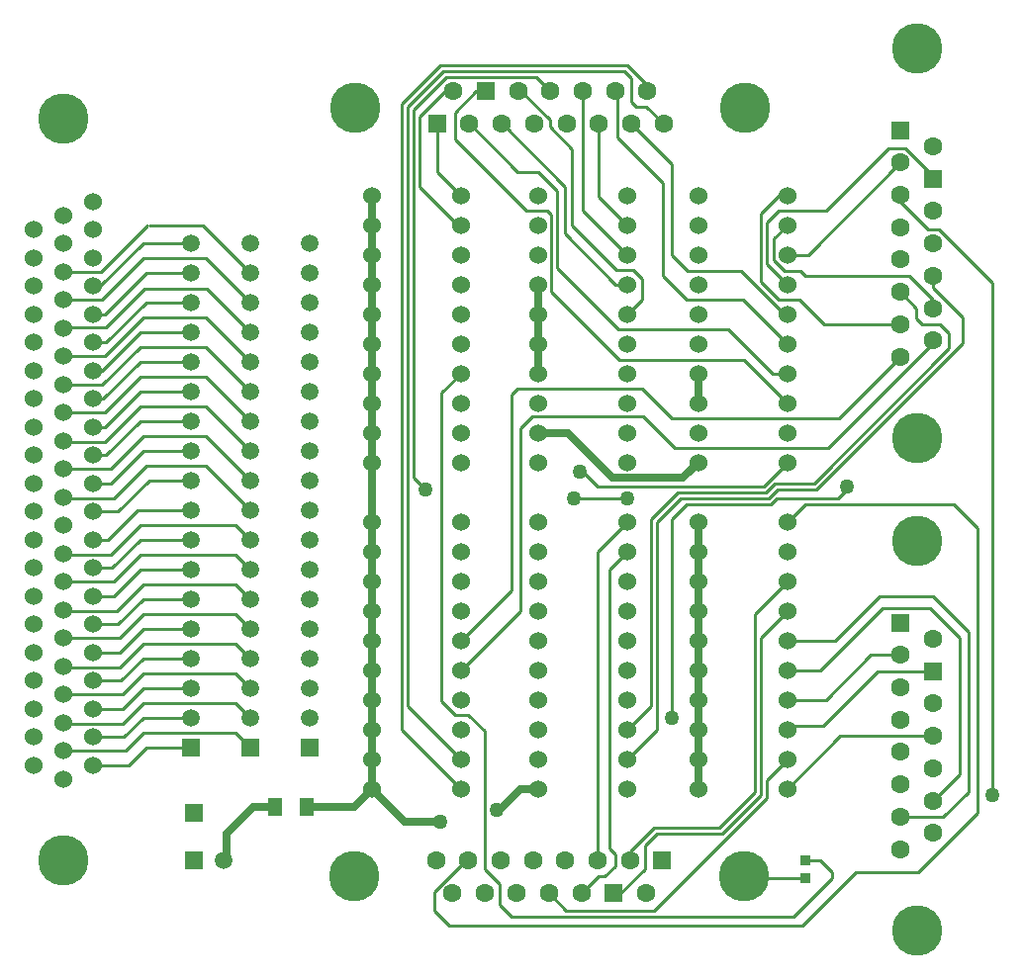
<source format=gtl>
%FSLAX24Y24*%
%MOIN*%
G70*
G01*
G75*
G04 Layer_Physical_Order=1*
G04 Layer_Color=255*
%ADD10R,0.0320X0.0360*%
%ADD11R,0.0450X0.0600*%
%ADD12C,0.0100*%
%ADD13C,0.0250*%
%ADD14C,0.0600*%
%ADD15C,0.1700*%
%ADD16C,0.0591*%
%ADD17R,0.0591X0.0591*%
%ADD18R,0.0591X0.0591*%
%ADD19R,0.0630X0.0630*%
%ADD20C,0.0630*%
%ADD21R,0.0630X0.0630*%
%ADD22C,0.0500*%
D10*
X39600Y19800D02*
D03*
Y19200D02*
D03*
D11*
X21750Y21600D02*
D03*
X22800D02*
D03*
D12*
X19400Y40100D02*
X20900Y38600D01*
X14600Y37725D02*
X14625Y37750D01*
X19400Y38100D02*
X20900Y36600D01*
X19400Y37100D02*
X20900Y35600D01*
X19400Y36100D02*
X20900Y34600D01*
X19400Y35100D02*
X20900Y33600D01*
X19400Y34100D02*
X20900Y32600D01*
X19400Y33100D02*
X20900Y31600D01*
X20400Y31100D02*
X20900Y30600D01*
X20400Y30100D02*
X20900Y29600D01*
X20400Y29100D02*
X20900Y28600D01*
X17300Y28100D02*
X20400D01*
X20900Y27600D01*
X20400Y27100D02*
X20900Y26600D01*
X20400Y26100D02*
X20900Y25600D01*
X20400Y25100D02*
X20900Y24600D01*
X20400Y24100D02*
X20900Y23600D01*
X19442Y39058D02*
X20900Y37600D01*
X17300Y40100D02*
X19400D01*
X17300Y40600D02*
X18900D01*
X15600Y32500D02*
X16200D01*
X17300Y33600D01*
X18900D01*
X15600Y38200D02*
X16000D01*
X17400Y39600D01*
X18900D01*
X14625Y37750D02*
X16050D01*
X17358Y39058D01*
X19442D01*
X15600Y37250D02*
X16050D01*
X17400Y38600D01*
X18900D01*
X15600Y36300D02*
X15900D01*
X17200Y37600D01*
X18900D01*
X17300Y38100D02*
X19400D01*
X14600Y35825D02*
X15925D01*
X17200Y37100D01*
Y36100D02*
X19400D01*
X15600Y34400D02*
X16000D01*
X17200Y35600D01*
X18900D01*
X17200Y35100D02*
X19400D01*
X15600Y33450D02*
X16050D01*
X17200Y34600D01*
X18900D01*
X17300Y34100D02*
X19400D01*
X17400Y33100D02*
X19400D01*
X17500Y32600D02*
X18900D01*
X16450Y31550D02*
X17500Y32600D01*
X15600Y31550D02*
X16450D01*
X15600Y26800D02*
X16500D01*
X17300Y27600D01*
X18900D01*
X15600Y30600D02*
X16100D01*
X17100Y31600D01*
X18900D01*
X17200Y31100D02*
X20400D01*
X15600Y29650D02*
X16250D01*
X17200Y30600D01*
X18900D01*
X15600Y28700D02*
X16300D01*
X17200Y29600D01*
X18900D01*
X17200Y30100D02*
X20400D01*
X17300Y29100D02*
X20400D01*
X15600Y27750D02*
X16450D01*
X17300Y28600D01*
X18900D01*
X17300Y27100D02*
X20400D01*
X15600Y25850D02*
X16550D01*
X17300Y26600D02*
X18900D01*
X15600Y24900D02*
X16600D01*
X17300Y25600D01*
X18900D01*
X17300Y26100D02*
X20400D01*
X15600Y23000D02*
X16800D01*
X17400Y23600D01*
X18900D01*
X17300Y24100D02*
X20400D01*
X15600Y23950D02*
X16650D01*
X17300Y24600D01*
X18900D01*
X17300Y25100D02*
X20400D01*
X17200Y37100D02*
X18400D01*
X19400D01*
X15600Y35350D02*
X15950D01*
X17200Y36600D01*
X18900D01*
X14600Y36775D02*
X14625Y36800D01*
X16000D01*
X17300Y38100D01*
X14600Y38675D02*
X14625Y38700D01*
X14600Y34875D02*
X14625Y34900D01*
X16000D01*
X17200Y36100D01*
X14600Y33925D02*
X14625Y33900D01*
X16000D01*
X17200Y35100D01*
X14600Y32975D02*
X14625Y33000D01*
X16200D01*
X17300Y34100D01*
X14600Y32025D02*
X14625Y32000D01*
X16300D01*
X17400Y33100D01*
X14600Y30125D02*
X14625Y30100D01*
X16200D01*
X17200Y31100D01*
X14600Y28225D02*
X14625Y28200D01*
X16400D01*
X17300Y29100D01*
X14600Y27275D02*
X14625Y27300D01*
X16500D01*
X17300Y28100D01*
X14600Y26325D02*
X14625Y26300D01*
X16500D02*
X17300Y27100D01*
X14625Y26300D02*
X16500D01*
X16550Y25850D02*
X17300Y26600D01*
X14600Y25375D02*
X14625Y25400D01*
X16600D01*
X17300Y26100D01*
X14600Y24425D02*
X14625Y24400D01*
X16600D01*
X17300Y25100D01*
X14600Y23475D02*
X14625Y23500D01*
X16700D01*
X17300Y24100D01*
X14600Y29175D02*
X14625Y29200D01*
X16300D01*
X17200Y30100D01*
X43923Y26078D02*
Y26160D01*
X14625Y38700D02*
X15900D01*
X17300Y40100D01*
X15600Y39150D02*
X15850D01*
X17300Y40600D01*
X14600Y39625D02*
X15875D01*
X17450Y41200D01*
X17500D02*
X19300D01*
X20900Y39600D01*
X29385Y44602D02*
X29397D01*
X31250Y39750D02*
X33300Y37700D01*
X29930Y45722D02*
X30012D01*
X32655Y42145D02*
X33600Y41200D01*
X32110Y41690D02*
X33600Y40200D01*
X32110Y41690D02*
Y45722D01*
X32655Y42145D02*
Y44602D01*
X30542Y46200D02*
X31020Y45722D01*
X28523D02*
X28840D01*
X27483D02*
X27750D01*
X34290D02*
Y45910D01*
X27800Y44100D02*
X30200Y41700D01*
X27800Y44100D02*
Y45000D01*
X28523Y45722D01*
X27205Y42995D02*
X28000Y42200D01*
X27205Y42995D02*
Y44602D01*
X26600Y44840D02*
X27483Y45722D01*
X33600Y38200D02*
X34100Y38700D01*
X33600Y46600D02*
X34290Y45910D01*
X33900Y45200D02*
X34237D01*
X34835Y44602D01*
X33200Y45722D02*
X33280Y45642D01*
Y44138D02*
Y45642D01*
X33800Y39700D02*
X34100Y39400D01*
Y38700D02*
Y39400D01*
X33745Y44602D02*
X35100Y43247D01*
X33280Y44138D02*
X34800Y42617D01*
X35100Y40200D02*
Y43247D01*
Y40200D02*
X35650Y39650D01*
X34800Y39500D02*
Y42617D01*
Y39500D02*
X35600Y38700D01*
X37500D01*
X39000Y37200D01*
X35650Y39650D02*
X37450D01*
X38900Y38200D02*
X39000D01*
X38717Y42200D02*
X39000D01*
X43923Y42760D02*
Y42843D01*
X38300Y41300D02*
X38700Y41700D01*
X38100Y41583D02*
X38717Y42200D01*
X38300Y39900D02*
Y41300D01*
X38700Y41700D02*
X40300D01*
X39000Y40200D02*
X39697D01*
X38550Y40750D02*
X39000Y41200D01*
X38550Y40014D02*
Y40750D01*
Y40014D02*
X38914Y39650D01*
X39450D01*
X38300Y39900D02*
X39000Y39200D01*
X37450Y39650D02*
X38900Y38200D01*
X38500Y36200D02*
X39000D01*
X34150Y34750D02*
X35200Y33700D01*
X40737Y34700D02*
X42803Y36765D01*
X33600Y23200D02*
X34600Y24200D01*
X40300Y41700D02*
X42400Y43800D01*
X42965D01*
X39697Y40200D02*
X42803Y43305D01*
X43923Y38400D02*
Y38677D01*
Y37228D02*
Y37310D01*
X42965Y43800D02*
X43923Y42843D01*
X28000Y27200D02*
X29700Y28900D01*
X39121Y24321D02*
X40200D01*
X39000Y24200D02*
X39121Y24321D01*
X33600Y24200D02*
X34400Y25000D01*
X41805Y26705D02*
X42803D01*
X42040Y26160D02*
X43923D01*
X40200Y24321D02*
X42040Y26160D01*
X40780Y23980D02*
X43923D01*
X39000Y22200D02*
X40780Y23980D01*
X30414Y34750D02*
X34150D01*
X31050Y38950D02*
X33350Y36650D01*
X29700Y28900D02*
Y35500D01*
X33160Y18678D02*
X33377D01*
X34200Y19500D01*
Y20300D01*
X34600Y20700D01*
X34517Y20900D02*
X36700D01*
X37900Y22100D01*
X34600Y20700D02*
X36800D01*
X38100Y22000D01*
X38300Y21900D02*
Y22500D01*
X39000Y23200D01*
Y25200D02*
X40300D01*
X41805Y26705D01*
X39000Y26200D02*
X40100D01*
X42200Y28300D01*
X43800D01*
X44800Y27300D01*
Y22678D02*
Y27300D01*
X43923Y21800D02*
X44800Y22678D01*
X39000Y27200D02*
X40600D01*
X42100Y28700D01*
X43900D01*
X44255Y21255D02*
X45100Y22100D01*
X38100Y22000D02*
Y27300D01*
X39000Y28200D01*
X37900Y22100D02*
Y28100D01*
X39000Y29200D01*
X38100Y39300D02*
Y41583D01*
Y39300D02*
X38700Y38700D01*
X39400D01*
X37550Y36650D02*
X39000Y35200D01*
X35100Y34700D02*
X40737D01*
X35200Y33700D02*
X40395D01*
X32600Y19813D02*
X32615Y19798D01*
X32600Y30200D02*
X33600Y31200D01*
X30000Y34336D02*
X30414Y34750D01*
X28000Y26200D02*
X30000Y28200D01*
Y34336D01*
X32600Y19813D02*
Y30200D01*
X31800Y32000D02*
X33600D01*
X32000Y32900D02*
X32100D01*
X28173Y19798D02*
X28255D01*
X27100Y18725D02*
X28173Y19798D01*
X27100Y18100D02*
Y18725D01*
X42803Y21255D02*
X44255D01*
X39600Y31800D02*
X44600D01*
X39000Y31200D02*
X39600Y31800D01*
X43923Y39077D02*
Y39490D01*
Y39077D02*
X44900Y38100D01*
X40395Y33700D02*
X43923Y37228D01*
X39400Y38700D02*
X40245Y37855D01*
X42803D01*
X39450Y39650D02*
X39600Y39500D01*
X43100D01*
X43923Y38677D01*
X45100Y22100D02*
Y27500D01*
X43900Y28700D02*
X45100Y27500D01*
X44600Y31800D02*
X45400Y31000D01*
X44115Y41045D02*
X45900Y39260D01*
Y22000D02*
Y39260D01*
X26000Y24200D02*
X28000Y22200D01*
X26400Y32700D02*
X26800Y32300D01*
X34400Y25000D02*
Y31283D01*
X34600Y24200D02*
Y31200D01*
X20000Y19800D02*
X20200D01*
X24422Y45200D02*
X24460Y45163D01*
X43303Y47200D02*
X43362Y47140D01*
X42822Y30000D02*
X43362Y30540D01*
X37578Y19200D02*
X39600D01*
X37540Y19238D02*
X37578Y19200D01*
X27350Y35550D02*
X28000Y36200D01*
X26200Y25000D02*
X28000Y23200D01*
X27350Y25150D02*
Y35550D01*
X28800Y19500D02*
X29300Y19000D01*
Y18300D02*
Y19000D01*
X27100Y18100D02*
X27600Y17600D01*
X39500D02*
X41300Y19400D01*
X27600Y17600D02*
X39500D01*
X30980Y18678D02*
X31558Y18100D01*
X34500D01*
X38300Y21900D01*
X29300Y18300D02*
X29700Y17900D01*
X39200D01*
X40500Y19200D01*
Y19400D01*
X40100Y19800D02*
X40500Y19400D01*
X39600Y19800D02*
X40100D01*
X33300Y37700D02*
X37000D01*
X38500Y36200D01*
X33350Y36650D02*
X37550D01*
X34100Y35700D02*
X35100Y34700D01*
X29700Y35500D02*
X29900Y35700D01*
X34100D01*
X32100Y32900D02*
X32600Y32400D01*
X38200D02*
X39000Y33200D01*
X38449Y31800D02*
X38649Y32000D01*
X38366D02*
X38666Y32300D01*
X38283Y32200D02*
X38583Y32500D01*
X35100Y31300D02*
X35600Y31800D01*
X38449D01*
X34600Y31200D02*
X35400Y32000D01*
X38366D01*
X34400Y31283D02*
X35317Y32200D01*
X38283D01*
X32600Y32400D02*
X38200D01*
X20000Y19800D02*
X20100Y19900D01*
X38649Y32000D02*
X40700D01*
X41000Y32300D01*
X35100Y24600D02*
Y31300D01*
X26600Y42500D02*
Y44840D01*
Y42500D02*
X27900Y41200D01*
X28000D01*
X28295Y44602D02*
X28298D01*
X29900Y43000D01*
X30600D01*
X31250Y42350D01*
X30200Y41700D02*
X30900D01*
X31050Y41550D01*
Y38950D02*
Y41550D01*
X31250Y39750D02*
Y42350D01*
X31000Y44509D02*
Y44735D01*
X30012Y45722D02*
X31000Y44735D01*
X33750Y45350D02*
X33900Y45200D01*
X33750Y45350D02*
Y46150D01*
X33500Y46400D02*
X33750Y46150D01*
X31000Y44509D02*
X31750Y43759D01*
X31500Y40917D02*
Y42500D01*
X29397Y44602D02*
X31500Y42500D01*
X27350Y25150D02*
X27800Y24700D01*
X28250D01*
X28800Y24150D01*
Y19500D02*
Y24150D01*
X33700Y19803D02*
X33705Y19798D01*
X33700Y19803D02*
Y20083D01*
X34517Y20900D01*
X33200Y19600D02*
Y20000D01*
X32070Y18678D02*
X32643Y19250D01*
X32850D01*
X33200Y19600D01*
X38583Y32500D02*
X39900D01*
X39983Y32300D02*
X44900Y37217D01*
X38666Y32300D02*
X39983D01*
X44900Y37217D02*
Y38100D01*
X43550Y37850D02*
X44150D01*
X39900Y32500D02*
X44450Y37050D01*
Y37550D01*
X44150Y37850D02*
X44450Y37550D01*
X41300Y19400D02*
X43400D01*
X45400Y21400D01*
Y31000D01*
X31500Y40917D02*
X33217Y39200D01*
X33600D01*
X31750Y41200D02*
Y43759D01*
Y41200D02*
X33250Y39700D01*
X33800D01*
X42803Y41997D02*
Y42215D01*
Y41997D02*
X43755Y41045D01*
X44115D01*
X43350Y38050D02*
X43550Y37850D01*
X43350Y38050D02*
Y38398D01*
X42803Y38945D02*
X43350Y38398D01*
X33000Y20200D02*
X33200Y20000D01*
X33000Y20200D02*
Y29600D01*
X33600Y30200D01*
X26400Y45100D02*
X27500Y46200D01*
X30542D01*
X27400Y46400D02*
X33500D01*
X26200Y45200D02*
X27400Y46400D01*
X26400Y32700D02*
Y45100D01*
X27317Y46600D02*
X33600D01*
X26000Y24200D02*
Y45283D01*
X27317Y46600D01*
X26200Y25000D02*
Y45200D01*
D13*
X22800Y21600D02*
X24400D01*
X25000Y22200D01*
Y23200D01*
Y24200D01*
Y25200D01*
Y26200D01*
Y27200D01*
Y28200D01*
Y29200D01*
Y30200D01*
Y31200D01*
Y33200D01*
Y34200D01*
Y35200D01*
Y36200D01*
Y37200D01*
Y38200D01*
Y39200D01*
Y40200D01*
Y41200D01*
Y42200D01*
X36000Y22200D02*
Y23200D01*
Y24200D01*
Y25200D01*
Y26200D01*
Y27200D01*
Y28200D01*
Y29200D01*
Y30200D01*
Y31200D01*
Y35200D02*
Y36200D01*
X30600Y37200D02*
Y38200D01*
Y36200D02*
Y37200D01*
Y38200D02*
Y39200D01*
X26100Y21100D02*
X27300D01*
X25000Y22200D02*
X26100Y21100D01*
X30600Y34200D02*
X31600D01*
X33125Y32675D01*
X35475D01*
X36000Y33200D01*
X21000Y21600D02*
X21750D01*
X20100Y19900D02*
Y20700D01*
X21000Y21600D01*
X29200Y21500D02*
X29300D01*
X30000Y22200D01*
X30600D01*
D14*
X28000Y27200D02*
D03*
X25000D02*
D03*
Y28200D02*
D03*
X28000D02*
D03*
Y30200D02*
D03*
X25000D02*
D03*
Y29200D02*
D03*
X28000D02*
D03*
X25000Y31200D02*
D03*
X28000D02*
D03*
Y26200D02*
D03*
X25000D02*
D03*
X28000Y24200D02*
D03*
X25000D02*
D03*
Y25200D02*
D03*
X28000D02*
D03*
Y23200D02*
D03*
X25000D02*
D03*
Y22200D02*
D03*
X28000D02*
D03*
Y38200D02*
D03*
X25000D02*
D03*
Y39200D02*
D03*
X28000D02*
D03*
Y41200D02*
D03*
X25000D02*
D03*
Y40200D02*
D03*
X28000D02*
D03*
X25000Y42200D02*
D03*
X28000D02*
D03*
Y37200D02*
D03*
X25000D02*
D03*
X28000Y35200D02*
D03*
X25000D02*
D03*
Y36200D02*
D03*
X28000D02*
D03*
Y34200D02*
D03*
X25000D02*
D03*
Y33200D02*
D03*
X28000D02*
D03*
X33600Y27200D02*
D03*
X30600D02*
D03*
Y28200D02*
D03*
X33600D02*
D03*
Y30200D02*
D03*
X30600D02*
D03*
Y29200D02*
D03*
X33600D02*
D03*
X30600Y31200D02*
D03*
X33600D02*
D03*
Y26200D02*
D03*
X30600D02*
D03*
X33600Y24200D02*
D03*
X30600D02*
D03*
Y25200D02*
D03*
X33600D02*
D03*
Y23200D02*
D03*
X30600D02*
D03*
Y22200D02*
D03*
X33600D02*
D03*
Y38200D02*
D03*
X30600D02*
D03*
Y39200D02*
D03*
X33600D02*
D03*
Y41200D02*
D03*
X30600D02*
D03*
Y40200D02*
D03*
X33600D02*
D03*
X30600Y42200D02*
D03*
X33600D02*
D03*
Y37200D02*
D03*
X30600D02*
D03*
X33600Y35200D02*
D03*
X30600D02*
D03*
Y36200D02*
D03*
X33600D02*
D03*
Y34200D02*
D03*
X30600D02*
D03*
Y33200D02*
D03*
X33600D02*
D03*
X39000Y27200D02*
D03*
X36000D02*
D03*
Y28200D02*
D03*
X39000D02*
D03*
Y30200D02*
D03*
X36000D02*
D03*
Y29200D02*
D03*
X39000D02*
D03*
X36000Y31200D02*
D03*
X39000D02*
D03*
Y26200D02*
D03*
X36000D02*
D03*
X39000Y24200D02*
D03*
X36000D02*
D03*
Y25200D02*
D03*
X39000D02*
D03*
Y23200D02*
D03*
X36000D02*
D03*
Y22200D02*
D03*
X39000D02*
D03*
Y38200D02*
D03*
X36000D02*
D03*
Y39200D02*
D03*
X39000D02*
D03*
Y41200D02*
D03*
X36000D02*
D03*
Y40200D02*
D03*
X39000D02*
D03*
X36000Y42200D02*
D03*
X39000D02*
D03*
Y37200D02*
D03*
X36000D02*
D03*
X39000Y35200D02*
D03*
X36000D02*
D03*
Y36200D02*
D03*
X39000D02*
D03*
Y34200D02*
D03*
X36000D02*
D03*
Y33200D02*
D03*
X39000D02*
D03*
X14600Y22525D02*
D03*
X15600Y23000D02*
D03*
Y40100D02*
D03*
Y42000D02*
D03*
Y41050D02*
D03*
Y39150D02*
D03*
Y38200D02*
D03*
Y33450D02*
D03*
Y34400D02*
D03*
Y36300D02*
D03*
Y37250D02*
D03*
Y35350D02*
D03*
Y25850D02*
D03*
Y27750D02*
D03*
Y26800D02*
D03*
Y24900D02*
D03*
Y23950D02*
D03*
Y28700D02*
D03*
Y29650D02*
D03*
Y31550D02*
D03*
Y32500D02*
D03*
Y30600D02*
D03*
X14600Y39625D02*
D03*
Y41525D02*
D03*
Y40575D02*
D03*
Y38675D02*
D03*
Y37725D02*
D03*
Y32975D02*
D03*
Y33925D02*
D03*
Y35825D02*
D03*
Y36775D02*
D03*
Y34875D02*
D03*
Y25375D02*
D03*
Y27275D02*
D03*
Y26325D02*
D03*
Y24425D02*
D03*
Y23475D02*
D03*
Y28225D02*
D03*
Y29175D02*
D03*
Y31075D02*
D03*
Y32025D02*
D03*
Y30125D02*
D03*
X13600Y29650D02*
D03*
Y31550D02*
D03*
Y30600D02*
D03*
Y28700D02*
D03*
Y27750D02*
D03*
Y23000D02*
D03*
Y23950D02*
D03*
Y25850D02*
D03*
Y26800D02*
D03*
Y24900D02*
D03*
Y34400D02*
D03*
Y36300D02*
D03*
Y35350D02*
D03*
Y33450D02*
D03*
Y32500D02*
D03*
Y37250D02*
D03*
Y38200D02*
D03*
Y40100D02*
D03*
Y41050D02*
D03*
Y39150D02*
D03*
D15*
X14600Y19770D02*
D03*
Y44770D02*
D03*
X24420Y19238D02*
D03*
X37540D02*
D03*
X43362Y17420D02*
D03*
Y30540D02*
D03*
Y34020D02*
D03*
Y47140D02*
D03*
X37580Y45163D02*
D03*
X24460D02*
D03*
D16*
X18900Y28600D02*
D03*
Y27600D02*
D03*
Y26600D02*
D03*
Y25600D02*
D03*
Y24600D02*
D03*
Y30600D02*
D03*
Y31600D02*
D03*
Y32600D02*
D03*
Y33600D02*
D03*
Y34600D02*
D03*
Y36600D02*
D03*
Y37600D02*
D03*
Y38600D02*
D03*
Y39600D02*
D03*
Y40600D02*
D03*
Y29600D02*
D03*
Y35600D02*
D03*
X20000Y19800D02*
D03*
X20900Y28600D02*
D03*
Y27600D02*
D03*
Y26600D02*
D03*
Y25600D02*
D03*
Y24600D02*
D03*
Y30600D02*
D03*
Y31600D02*
D03*
Y32600D02*
D03*
Y33600D02*
D03*
Y34600D02*
D03*
Y36600D02*
D03*
Y37600D02*
D03*
Y38600D02*
D03*
Y39600D02*
D03*
Y40600D02*
D03*
Y29600D02*
D03*
Y35600D02*
D03*
X22900Y28600D02*
D03*
Y27600D02*
D03*
Y26600D02*
D03*
Y25600D02*
D03*
Y24600D02*
D03*
Y30600D02*
D03*
Y31600D02*
D03*
Y32600D02*
D03*
Y33600D02*
D03*
Y34600D02*
D03*
Y36600D02*
D03*
Y37600D02*
D03*
Y38600D02*
D03*
Y39600D02*
D03*
Y40600D02*
D03*
Y29600D02*
D03*
Y35600D02*
D03*
D17*
X18900Y23600D02*
D03*
X19000Y21400D02*
D03*
X20900Y23600D02*
D03*
X22900D02*
D03*
D18*
X19000Y19800D02*
D03*
D19*
X34795Y19798D02*
D03*
X33160Y18678D02*
D03*
X27205Y44602D02*
D03*
X28840Y45722D02*
D03*
D20*
X33705Y19798D02*
D03*
X32615D02*
D03*
X31525D02*
D03*
X30435D02*
D03*
X29345D02*
D03*
X28255D02*
D03*
X27165D02*
D03*
X34250Y18678D02*
D03*
X32070D02*
D03*
X30980D02*
D03*
X29890D02*
D03*
X28800D02*
D03*
X27710D02*
D03*
X42803Y26705D02*
D03*
Y25615D02*
D03*
Y24525D02*
D03*
Y23435D02*
D03*
Y22345D02*
D03*
Y21255D02*
D03*
Y20165D02*
D03*
X43923Y27250D02*
D03*
Y25070D02*
D03*
Y23980D02*
D03*
Y22890D02*
D03*
Y21800D02*
D03*
Y20710D02*
D03*
X42803Y43305D02*
D03*
Y42215D02*
D03*
Y41125D02*
D03*
Y40035D02*
D03*
Y38945D02*
D03*
Y37855D02*
D03*
Y36765D02*
D03*
X43923Y43850D02*
D03*
Y41670D02*
D03*
Y40580D02*
D03*
Y39490D02*
D03*
Y38400D02*
D03*
Y37310D02*
D03*
X28295Y44602D02*
D03*
X29385D02*
D03*
X30475D02*
D03*
X31565D02*
D03*
X32655D02*
D03*
X33745D02*
D03*
X34835D02*
D03*
X27750Y45722D02*
D03*
X29930D02*
D03*
X31020D02*
D03*
X32110D02*
D03*
X33200D02*
D03*
X34290D02*
D03*
D21*
X42803Y27795D02*
D03*
X43923Y26160D02*
D03*
X42803Y44395D02*
D03*
X43923Y42760D02*
D03*
D22*
X31800Y32000D02*
D03*
X33600D02*
D03*
X32000Y32900D02*
D03*
X45900Y22000D02*
D03*
X26800Y32300D02*
D03*
X27300Y21100D02*
D03*
X29200Y21500D02*
D03*
X41000Y32400D02*
D03*
X35100Y24600D02*
D03*
M02*

</source>
